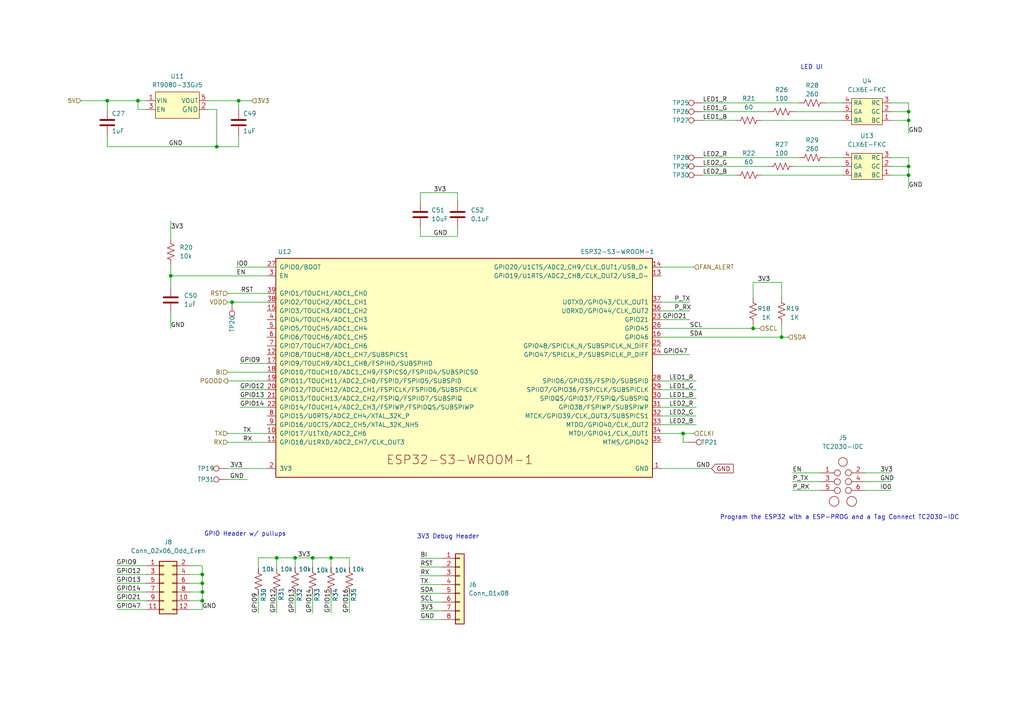
<source format=kicad_sch>
(kicad_sch (version 20211123) (generator eeschema)
  (paper "A4")
  (lib_symbols
    (symbol "CLX6E-FKC_1"
      (property "Reference" "U" (at 3.81 5.08 0))
      (property "Value" "CLX6E-FKC_1" (at 1.27 -5.08 0))
      (symbol "CLX6E-FKC_1_0_1"
        (rectangle (start -3.81 3.81) (end 5.08 -3.81) (stroke (width 0.1524)) (fill (type background)))
      )
      (symbol "CLX6E-FKC_1_1_1"
        (pin bidirectional line (at 7.62 -2.54 180) (length 2.54) (name "BC") (number "1"))
        (pin bidirectional line (at 7.62 0 180) (length 2.54) (name "GC") (number "2"))
        (pin bidirectional line (at 7.62 2.54 180) (length 2.54) (name "RC") (number "3"))
        (pin bidirectional line (at -6.35 2.54 0) (length 2.54) (name "RA") (number "4"))
        (pin bidirectional line (at -6.35 0 0) (length 2.54) (name "GA") (number "5"))
        (pin input line (at -6.35 -2.54 0) (length 2.54) (name "BA") (number "6"))
      )
    )
    (symbol "Connector:TestPoint" (pin_numbers hide) (pin_names (offset 0.762) hide)
      (property "Reference" "TP" (at 0 6.858 0))
      (property "Value" "TestPoint" (at 0 5.08 0))
      (symbol "TestPoint_0_1"
        (circle (center 0 3.302) (radius 0.762))
      )
      (symbol "TestPoint_1_1"
        (pin passive line (at 0 0 90) (length 2.54) (name "1") (number "1"))
      )
    )
    (symbol "Connector_Generic:Conn_01x08" (pin_names (offset 1.016) hide)
      (property "Reference" "J" (at 0 10.16 0))
      (property "Value" "Conn_01x08" (at 0 -12.7 0))
      (symbol "Conn_01x08_1_1"
        (rectangle (start -1.27 -10.033) (end 0 -10.287) (stroke (width 0.1524)))
        (rectangle (start -1.27 -7.493) (end 0 -7.747) (stroke (width 0.1524)))
        (rectangle (start -1.27 -4.953) (end 0 -5.207) (stroke (width 0.1524)))
        (rectangle (start -1.27 -2.413) (end 0 -2.667) (stroke (width 0.1524)))
        (rectangle (start -1.27 0.127) (end 0 -0.127) (stroke (width 0.1524)))
        (rectangle (start -1.27 2.667) (end 0 2.413) (stroke (width 0.1524)))
        (rectangle (start -1.27 5.207) (end 0 4.953) (stroke (width 0.1524)))
        (rectangle (start -1.27 7.747) (end 0 7.493) (stroke (width 0.1524)))
        (rectangle (start -1.27 8.89) (end 1.27 -11.43) (stroke (width 0.254)) (fill (type background)))
        (pin passive line (at -5.08 7.62 0) (length 3.81) (name "Pin_1") (number "1"))
        (pin passive line (at -5.08 5.08 0) (length 3.81) (name "Pin_2") (number "2"))
        (pin passive line (at -5.08 2.54 0) (length 3.81) (name "Pin_3") (number "3"))
        (pin passive line (at -5.08 0 0) (length 3.81) (name "Pin_4") (number "4"))
        (pin passive line (at -5.08 -2.54 0) (length 3.81) (name "Pin_5") (number "5"))
        (pin passive line (at -5.08 -5.08 0) (length 3.81) (name "Pin_6") (number "6"))
        (pin passive line (at -5.08 -7.62 0) (length 3.81) (name "Pin_7") (number "7"))
        (pin passive line (at -5.08 -10.16 0) (length 3.81) (name "Pin_8") (number "8"))
      )
    )
    (symbol "Connector_Generic:Conn_02x06_Odd_Even" (pin_names (offset 1.016) hide)
      (property "Reference" "J" (at 1.27 7.62 0))
      (property "Value" "Conn_02x06_Odd_Even" (at 1.27 -10.16 0))
      (symbol "Conn_02x06_Odd_Even_1_1"
        (rectangle (start -1.27 -7.493) (end 0 -7.747) (stroke (width 0.1524)))
        (rectangle (start -1.27 -4.953) (end 0 -5.207) (stroke (width 0.1524)))
        (rectangle (start -1.27 -2.413) (end 0 -2.667) (stroke (width 0.1524)))
        (rectangle (start -1.27 0.127) (end 0 -0.127) (stroke (width 0.1524)))
        (rectangle (start -1.27 2.667) (end 0 2.413) (stroke (width 0.1524)))
        (rectangle (start -1.27 5.207) (end 0 4.953) (stroke (width 0.1524)))
        (rectangle (start -1.27 6.35) (end 3.81 -8.89) (stroke (width 0.254)) (fill (type background)))
        (rectangle (start 3.81 -7.493) (end 2.54 -7.747) (stroke (width 0.1524)))
        (rectangle (start 3.81 -4.953) (end 2.54 -5.207) (stroke (width 0.1524)))
        (rectangle (start 3.81 -2.413) (end 2.54 -2.667) (stroke (width 0.1524)))
        (rectangle (start 3.81 0.127) (end 2.54 -0.127) (stroke (width 0.1524)))
        (rectangle (start 3.81 2.667) (end 2.54 2.413) (stroke (width 0.1524)))
        (rectangle (start 3.81 5.207) (end 2.54 4.953) (stroke (width 0.1524)))
        (pin passive line (at -5.08 5.08 0) (length 3.81) (name "Pin_1") (number "1"))
        (pin passive line (at 7.62 -5.08 180) (length 3.81) (name "Pin_10") (number "10"))
        (pin passive line (at -5.08 -7.62 0) (length 3.81) (name "Pin_11") (number "11"))
        (pin passive line (at 7.62 -7.62 180) (length 3.81) (name "Pin_12") (number "12"))
        (pin passive line (at 7.62 5.08 180) (length 3.81) (name "Pin_2") (number "2"))
        (pin passive line (at -5.08 2.54 0) (length 3.81) (name "Pin_3") (number "3"))
        (pin passive line (at 7.62 2.54 180) (length 3.81) (name "Pin_4") (number "4"))
        (pin passive line (at -5.08 0 0) (length 3.81) (name "Pin_5") (number "5"))
        (pin passive line (at 7.62 0 180) (length 3.81) (name "Pin_6") (number "6"))
        (pin passive line (at -5.08 -2.54 0) (length 3.81) (name "Pin_7") (number "7"))
        (pin passive line (at 7.62 -2.54 180) (length 3.81) (name "Pin_8") (number "8"))
        (pin passive line (at -5.08 -5.08 0) (length 3.81) (name "Pin_9") (number "9"))
      )
    )
    (symbol "Device:C" (pin_numbers hide) (pin_names (offset 0.254))
      (property "Reference" "C" (at 0.635 2.54 0))
      (property "Value" "C" (at 0.635 -2.54 0))
      (symbol "C_0_1"
        (polyline (pts (xy -2.032 -0.762) (xy 2.032 -0.762)) (stroke (width 0.508)))
        (polyline (pts (xy -2.032 0.762) (xy 2.032 0.762)) (stroke (width 0.508)))
      )
      (symbol "C_1_1"
        (pin passive line (at 0 3.81 270) (length 2.794) (name "~") (number "1"))
        (pin passive line (at 0 -3.81 90) (length 2.794) (name "~") (number "2"))
      )
    )
    (symbol "Device:R_US" (pin_numbers hide) (pin_names (offset 0))
      (property "Reference" "R" (at 2.54 0 90))
      (property "Value" "R_US" (at -2.54 0 90))
      (symbol "R_US_0_1"
        (polyline (pts (xy 0 -2.286) (xy 0 -2.54)))
        (polyline (pts (xy 0 2.286) (xy 0 2.54)))
        (polyline (pts (xy 0 -0.762) (xy 1.016 -1.143) (xy 0 -1.524) (xy -1.016 -1.905) (xy 0 -2.286)))
        (polyline (pts (xy 0 0.762) (xy 1.016 0.381) (xy 0 0) (xy -1.016 -0.381) (xy 0 -0.762)))
        (polyline (pts (xy 0 2.286) (xy 1.016 1.905) (xy 0 1.524) (xy -1.016 1.143) (xy 0 0.762)))
      )
      (symbol "R_US_1_1"
        (pin passive line (at 0 3.81 270) (length 1.27) (name "~") (number "1"))
        (pin passive line (at 0 -3.81 90) (length 1.27) (name "~") (number "2"))
      )
    )
    (symbol "Espressif:ESP32-S3-WROOM-1" (pin_names (offset 1.016))
      (property "Reference" "U" (at -53.34 38.1 0))
      (property "Value" "ESP32-S3-WROOM-1" (at -53.34 35.56 0))
      (symbol "ESP32-S3-WROOM-1_0_0"
        (rectangle (start -53.34 33.02) (end 55.88 -30.48) (stroke (width 0.254)) (fill (type background)))
        (text "ESP32-S3-WROOM-1" (at 0 -25.4 0) (effects (font (size 2.54 2.54))))
        (pin power_in line (at 58.42 -27.94 180) (length 2.54) (name "GND") (number "1"))
        (pin bidirectional line (at -55.88 -17.78 0) (length 2.54) (name "GPIO17/U1TXD/ADC2_CH6") (number "10"))
        (pin bidirectional line (at -55.88 -20.32 0) (length 2.54) (name "GPIO18/U1RXD/ADC2_CH7/CLK_OUT3") (number "11"))
        (pin bidirectional line (at -55.88 5.08 0) (length 2.54) (name "GPIO8/TOUCH8/ADC1_CH7/SUBSPICS1") (number "12"))
        (pin bidirectional line (at 58.42 27.94 180) (length 2.54) (name "GPIO19/U1RTS/ADC2_CH8/CLK_OUT2/USB_D-") (number "13"))
        (pin bidirectional line (at 58.42 30.48 180) (length 2.54) (name "GPIO20/U1CTS/ADC2_CH9/CLK_OUT1/USB_D+") (number "14"))
        (pin bidirectional line (at -55.88 17.78 0) (length 2.54) (name "GPIO3/TOUCH3/ADC1_CH2") (number "15"))
        (pin bidirectional line (at 58.42 10.16 180) (length 2.54) (name "GPIO46") (number "16"))
        (pin bidirectional line (at -55.88 2.54 0) (length 2.54) (name "GPIO9/TOUCH9/ADC1_CH8/FSPIHD/SUBSPIHD") (number "17"))
        (pin bidirectional line (at -55.88 0 0) (length 2.54) (name "GPIO10/TOUCH10/ADC1_CH9/FSPICS0/FSPIIO4/SUBSPICS0") (number "18"))
        (pin bidirectional line (at -55.88 -2.54 0) (length 2.54) (name "GPIO11/TOUCH11/ADC2_CH0/FSPID/FSPIIO5/SUBSPID") (number "19"))
        (pin power_in line (at -55.88 -27.94 0) (length 2.54) (name "3V3") (number "2"))
        (pin bidirectional line (at -55.88 -5.08 0) (length 2.54) (name "GPIO12/TOUCH12/ADC2_CH1/FSPICLK/FSPIIO6/SUBSPICLK") (number "20"))
        (pin bidirectional line (at -55.88 -7.62 0) (length 2.54) (name "GPIO13/TOUCH13/ADC2_CH2/FSPIQ/FSPIIO7/SUBSPIQ") (number "21"))
        (pin bidirectional line (at -55.88 -10.16 0) (length 2.54) (name "GPIO14/TOUCH14/ADC2_CH3/FSPIWP/FSPIDQS/SUBSPIWP") (number "22"))
        (pin bidirectional line (at 58.42 15.24 180) (length 2.54) (name "GPIO21") (number "23"))
        (pin bidirectional line (at 58.42 5.08 180) (length 2.54) (name "GPIO47/SPICLK_P/SUBSPICLK_P_DIFF") (number "24"))
        (pin bidirectional line (at 58.42 7.62 180) (length 2.54) (name "GPIO48/SPICLK_N/SUBSPICLK_N_DIFF") (number "25"))
        (pin bidirectional line (at 58.42 12.7 180) (length 2.54) (name "GPIO45") (number "26"))
        (pin bidirectional line (at -55.88 30.48 0) (length 2.54) (name "GPIO0/BOOT") (number "27"))
        (pin bidirectional line (at 58.42 -2.54 180) (length 2.54) (name "SPIIO6/GPIO35/FSPID/SUBSPID") (number "28"))
        (pin bidirectional line (at 58.42 -5.08 180) (length 2.54) (name "SPIIO7/GPIO36/FSPICLK/SUBSPICLK") (number "29"))
        (pin input line (at -55.88 27.94 0) (length 2.54) (name "EN") (number "3"))
        (pin bidirectional line (at 58.42 -7.62 180) (length 2.54) (name "SPIDQS/GPIO37/FSPIQ/SUBSPIQ") (number "30"))
        (pin bidirectional line (at 58.42 -10.16 180) (length 2.54) (name "GPIO38/FSPIWP/SUBSPIWP") (number "31"))
        (pin bidirectional line (at 58.42 -12.7 180) (length 2.54) (name "MTCK/GPIO39/CLK_OUT3/SUBSPICS1") (number "32"))
        (pin bidirectional line (at 58.42 -15.24 180) (length 2.54) (name "MTDO/GPIO40/CLK_OUT2") (number "33"))
        (pin bidirectional line (at 58.42 -17.78 180) (length 2.54) (name "MTDI/GPIO41/CLK_OUT1") (number "34"))
        (pin bidirectional line (at 58.42 -20.32 180) (length 2.54) (name "MTMS/GPIO42") (number "35"))
        (pin bidirectional line (at 58.42 17.78 180) (length 2.54) (name "U0RXD/GPIO44/CLK_OUT2") (number "36"))
        (pin bidirectional line (at 58.42 20.32 180) (length 2.54) (name "U0TXD/GPIO43/CLK_OUT1") (number "37"))
        (pin bidirectional line (at -55.88 20.32 0) (length 2.54) (name "GPIO2/TOUCH2/ADC1_CH1") (number "38"))
        (pin bidirectional line (at -55.88 22.86 0) (length 2.54) (name "GPIO1/TOUCH1/ADC1_CH0") (number "39"))
        (pin bidirectional line (at -55.88 15.24 0) (length 2.54) (name "GPIO4/TOUCH4/ADC1_CH3") (number "4"))
        (pin passive line (at 58.42 -27.94 180) (length 2.54) hide (name "GND") (number "40"))
        (pin passive line (at 58.42 -27.94 180) (length 2.54) hide (name "GND") (number "41"))
        (pin bidirectional line (at -55.88 12.7 0) (length 2.54) (name "GPIO5/TOUCH5/ADC1_CH4") (number "5"))
        (pin bidirectional line (at -55.88 10.16 0) (length 2.54) (name "GPIO6/TOUCH6/ADC1_CH5") (number "6"))
        (pin bidirectional line (at -55.88 7.62 0) (length 2.54) (name "GPIO7/TOUCH7/ADC1_CH6") (number "7"))
        (pin bidirectional line (at -55.88 -12.7 0) (length 2.54) (name "GPIO15/U0RTS/ADC2_CH4/XTAL_32K_P") (number "8"))
        (pin bidirectional line (at -55.88 -15.24 0) (length 2.54) (name "GPIO16/U0CTS/ADC2_CH5/XTAL_32K_NH5") (number "9"))
      )
    )
    (symbol "Espressif:TC2030-IDC-NL" (pin_names (offset 1.016) hide)
      (property "Reference" "J" (at 0 -8.89 0))
      (property "Value" "TC2030-IDC-NL" (at 0.635 -11.43 0))
      (symbol "TC2030-IDC-NL_0_1"
        (circle (center -2.54 -5.715) (radius 1.4224))
        (circle (center -1.6002 2.54) (radius 0.889))
        (circle (center 0 5.715) (radius 1.27))
      )
      (symbol "TC2030-IDC-NL_1_1"
        (circle (center -1.6002 -2.5908) (radius 0.889))
        (circle (center -1.6002 -0.0508) (radius 0.889))
        (circle (center 1.6002 -2.54) (radius 0.889))
        (circle (center 1.6002 0) (radius 0.889))
        (circle (center 1.6002 2.5908) (radius 0.889))
        (circle (center 2.54 -5.715) (radius 1.4224))
        (pin passive line (at -6.35 2.54 0) (length 3.81) (name "Pin_1") (number "1"))
        (pin passive line (at 6.35 2.54 180) (length 3.81) (name "Pin_2") (number "2"))
        (pin passive line (at -6.35 0 0) (length 3.81) (name "Pin_3") (number "3"))
        (pin passive line (at 6.35 0 180) (length 3.81) (name "Pin_4") (number "4"))
        (pin passive line (at -6.35 -2.54 0) (length 3.81) (name "Pin_5") (number "5"))
        (pin passive line (at 6.35 -2.54 180) (length 3.81) (name "Pin_6") (number "6"))
      )
    )
    (symbol "bitaxe:RT9080-33GJ5" (pin_names (offset 0.254))
      (property "Reference" "U" (at -6.35 5.08 0))
      (property "Value" "RT9080-33GJ5" (at 0 -5.08 0))
      (symbol "RT9080-33GJ5_1_1"
        (rectangle (start -6.35 3.81) (end 6.35 -3.81) (stroke (width 0.1524)) (fill (type background)))
        (pin power_in line (at -8.89 1.27 0) (length 2.54) (name "VIN") (number "1"))
        (pin power_in line (at 8.89 -1.27 180) (length 2.54) (name "GND") (number "2"))
        (pin input line (at -8.89 -1.27 0) (length 2.54) (name "EN") (number "3"))
        (pin output line (at 8.89 1.27 180) (length 2.54) (name "VOUT") (number "5"))
      )
    )
  )
  (junction (at 198.12 125.73))
  (junction (at 85.598 161.798))
  (junction (at 58.674 171.704))
  (junction (at 96.012 161.798))
  (junction (at 263.525 32.385))
  (junction (at 263.525 34.925))
  (junction (at 62.865 42.545))
  (junction (at 263.525 48.26))
  (junction (at 90.678 161.798))
  (junction (at 263.525 50.8))
  (junction (at 40.005 29.21))
  (junction (at 58.674 174.244))
  (junction (at 58.674 169.164))
  (junction (at 80.264 161.798))
  (junction (at 218.44 95.25))
  (junction (at 49.53 80.01))
  (junction (at 69.215 29.21))
  (junction (at 58.674 166.624))
  (junction (at 226.695 97.79))
  (junction (at 67.31 87.63))
  (junction (at 31.115 29.21))
  (wire (pts (xy 33.782 176.784) (xy 42.418 176.784)))
  (wire (pts (xy 121.92 172.085) (xy 128.27 172.085)))
  (wire (pts (xy 121.92 177.165) (xy 128.27 177.165)))
  (wire (pts (xy 121.92 55.88) (xy 121.92 58.42)))
  (wire (pts (xy 218.44 95.25) (xy 220.345 95.25)))
  (wire (pts (xy 191.77 113.03) (xy 201.93 113.03)))
  (wire (pts (xy 31.115 29.21) (xy 31.115 31.75)))
  (wire (pts (xy 258.445 32.385) (xy 263.525 32.385)))
  (wire (pts (xy 96.012 172.212) (xy 96.012 177.8)))
  (wire (pts (xy 55.118 174.244) (xy 58.674 174.244)))
  (wire (pts (xy 55.118 166.624) (xy 58.674 166.624)))
  (wire (pts (xy 33.782 166.624) (xy 42.418 166.624)))
  (wire (pts (xy 58.674 169.164) (xy 58.674 171.704)))
  (wire (pts (xy 239.395 29.845) (xy 244.475 29.845)))
  (wire (pts (xy 60.325 31.75) (xy 62.865 31.75)))
  (wire (pts (xy 58.674 164.084) (xy 58.674 166.624)))
  (wire (pts (xy 90.678 161.798) (xy 96.012 161.798)))
  (wire (pts (xy 258.445 50.8) (xy 263.525 50.8)))
  (wire (pts (xy 250.825 139.7) (xy 258.445 139.7)))
  (wire (pts (xy 263.525 32.385) (xy 263.525 34.925)))
  (wire (pts (xy 191.77 95.25) (xy 218.44 95.25)))
  (wire (pts (xy 69.215 39.37) (xy 69.215 42.545)))
  (wire (pts (xy 226.695 93.98) (xy 226.695 97.79)))
  (wire (pts (xy 55.118 164.084) (xy 58.674 164.084)))
  (wire (pts (xy 66.04 110.49) (xy 77.47 110.49)))
  (wire (pts (xy 132.715 68.58) (xy 121.92 68.58)))
  (wire (pts (xy 55.118 176.784) (xy 58.674 176.784)))
  (wire (pts (xy 62.865 31.75) (xy 62.865 42.545)))
  (wire (pts (xy 220.98 34.925) (xy 244.475 34.925)))
  (wire (pts (xy 250.825 137.16) (xy 258.445 137.16)))
  (wire (pts (xy 69.215 29.21) (xy 69.215 31.75)))
  (wire (pts (xy 80.264 161.798) (xy 85.598 161.798)))
  (wire (pts (xy 77.47 125.73) (xy 66.04 125.73)))
  (wire (pts (xy 132.715 66.04) (xy 132.715 68.58)))
  (wire (pts (xy 49.53 76.835) (xy 49.53 80.01)))
  (wire (pts (xy 263.525 34.925) (xy 263.525 38.735)))
  (wire (pts (xy 40.005 29.21) (xy 42.545 29.21)))
  (wire (pts (xy 191.77 92.71) (xy 200.025 92.71)))
  (wire (pts (xy 226.695 81.915) (xy 226.695 86.36)))
  (wire (pts (xy 191.77 102.87) (xy 200.025 102.87)))
  (wire (pts (xy 85.598 161.798) (xy 90.678 161.798)))
  (wire (pts (xy 49.53 90.805) (xy 49.53 95.25)))
  (wire (pts (xy 69.596 118.11) (xy 77.47 118.11)))
  (wire (pts (xy 58.674 171.704) (xy 58.674 174.244)))
  (wire (pts (xy 198.12 128.27) (xy 198.12 125.73)))
  (wire (pts (xy 218.44 81.915) (xy 218.44 86.36)))
  (wire (pts (xy 85.598 161.798) (xy 85.598 164.592)))
  (wire (pts (xy 77.47 85.09) (xy 66.04 85.09)))
  (wire (pts (xy 230.505 48.26) (xy 244.475 48.26)))
  (wire (pts (xy 66.04 107.95) (xy 77.47 107.95)))
  (wire (pts (xy 68.58 77.47) (xy 77.47 77.47)))
  (wire (pts (xy 191.77 120.65) (xy 201.93 120.65)))
  (wire (pts (xy 191.77 115.57) (xy 201.93 115.57)))
  (wire (pts (xy 220.98 50.8) (xy 244.475 50.8)))
  (wire (pts (xy 203.835 34.925) (xy 213.36 34.925)))
  (wire (pts (xy 55.118 171.704) (xy 58.674 171.704)))
  (wire (pts (xy 55.118 169.164) (xy 58.674 169.164)))
  (wire (pts (xy 23.495 29.21) (xy 31.115 29.21)))
  (wire (pts (xy 199.39 128.27) (xy 198.12 128.27)))
  (wire (pts (xy 222.885 48.26) (xy 203.835 48.26)))
  (wire (pts (xy 250.825 142.24) (xy 258.445 142.24)))
  (wire (pts (xy 191.77 123.19) (xy 201.93 123.19)))
  (wire (pts (xy 203.835 50.8) (xy 213.36 50.8)))
  (wire (pts (xy 191.77 77.47) (xy 201.295 77.47)))
  (wire (pts (xy 121.92 174.625) (xy 128.27 174.625)))
  (wire (pts (xy 74.93 161.798) (xy 80.264 161.798)))
  (wire (pts (xy 258.445 48.26) (xy 263.525 48.26)))
  (wire (pts (xy 33.782 169.164) (xy 42.418 169.164)))
  (wire (pts (xy 263.525 48.26) (xy 263.525 50.8)))
  (wire (pts (xy 218.44 81.915) (xy 226.695 81.915)))
  (wire (pts (xy 230.505 32.385) (xy 244.475 32.385)))
  (wire (pts (xy 226.695 97.79) (xy 228.6 97.79)))
  (wire (pts (xy 191.77 90.17) (xy 200.025 90.17)))
  (wire (pts (xy 77.47 128.27) (xy 66.04 128.27)))
  (wire (pts (xy 191.77 110.49) (xy 201.93 110.49)))
  (wire (pts (xy 33.782 164.084) (xy 42.418 164.084)))
  (wire (pts (xy 229.87 142.24) (xy 238.125 142.24)))
  (wire (pts (xy 49.53 80.01) (xy 77.47 80.01)))
  (wire (pts (xy 80.264 172.466) (xy 80.264 177.8)))
  (wire (pts (xy 198.12 125.73) (xy 201.295 125.73)))
  (wire (pts (xy 191.77 97.79) (xy 226.695 97.79)))
  (wire (pts (xy 49.53 64.135) (xy 49.53 69.215)))
  (wire (pts (xy 96.012 161.798) (xy 96.012 164.592)))
  (wire (pts (xy 66.04 139.065) (xy 71.755 139.065)))
  (wire (pts (xy 69.215 29.21) (xy 73.025 29.21)))
  (wire (pts (xy 33.782 174.244) (xy 42.418 174.244)))
  (wire (pts (xy 31.115 29.21) (xy 40.005 29.21)))
  (wire (pts (xy 121.92 167.005) (xy 128.27 167.005)))
  (wire (pts (xy 121.92 169.545) (xy 128.27 169.545)))
  (wire (pts (xy 191.77 118.11) (xy 201.93 118.11)))
  (wire (pts (xy 80.264 161.798) (xy 80.264 164.846)))
  (wire (pts (xy 101.346 161.798) (xy 101.346 164.592)))
  (wire (pts (xy 90.678 172.212) (xy 90.678 177.8)))
  (wire (pts (xy 33.782 171.704) (xy 42.418 171.704)))
  (wire (pts (xy 263.525 45.72) (xy 263.525 48.26)))
  (wire (pts (xy 191.77 135.89) (xy 206.375 135.89)))
  (wire (pts (xy 229.87 139.7) (xy 238.125 139.7)))
  (wire (pts (xy 31.115 42.545) (xy 31.115 39.37)))
  (wire (pts (xy 67.31 87.63) (xy 77.47 87.63)))
  (wire (pts (xy 263.525 50.8) (xy 263.525 54.61)))
  (wire (pts (xy 121.92 68.58) (xy 121.92 66.04)))
  (wire (pts (xy 121.92 161.925) (xy 128.27 161.925)))
  (wire (pts (xy 203.835 45.72) (xy 231.775 45.72)))
  (wire (pts (xy 69.596 115.57) (xy 77.47 115.57)))
  (wire (pts (xy 85.598 172.212) (xy 85.598 177.8)))
  (wire (pts (xy 42.545 31.75) (xy 40.005 31.75)))
  (wire (pts (xy 258.445 34.925) (xy 263.525 34.925)))
  (wire (pts (xy 229.87 137.16) (xy 238.125 137.16)))
  (wire (pts (xy 69.596 105.41) (xy 77.47 105.41)))
  (wire (pts (xy 191.77 87.63) (xy 200.025 87.63)))
  (wire (pts (xy 40.005 31.75) (xy 40.005 29.21)))
  (wire (pts (xy 74.93 164.846) (xy 74.93 161.798)))
  (wire (pts (xy 90.678 161.798) (xy 90.678 164.592)))
  (wire (pts (xy 191.77 125.73) (xy 198.12 125.73)))
  (wire (pts (xy 121.92 179.705) (xy 128.27 179.705)))
  (wire (pts (xy 101.346 172.212) (xy 101.346 177.8)))
  (wire (pts (xy 49.53 80.01) (xy 49.53 83.185)))
  (wire (pts (xy 239.395 45.72) (xy 244.475 45.72)))
  (wire (pts (xy 218.44 93.98) (xy 218.44 95.25)))
  (wire (pts (xy 96.012 161.798) (xy 101.346 161.798)))
  (wire (pts (xy 203.835 29.845) (xy 231.775 29.845)))
  (wire (pts (xy 258.445 29.845) (xy 263.525 29.845)))
  (wire (pts (xy 132.715 55.88) (xy 121.92 55.88)))
  (wire (pts (xy 258.445 45.72) (xy 263.525 45.72)))
  (wire (pts (xy 74.93 172.466) (xy 74.93 177.8)))
  (wire (pts (xy 121.92 164.465) (xy 128.27 164.465)))
  (wire (pts (xy 222.885 32.385) (xy 203.835 32.385)))
  (wire (pts (xy 66.04 135.89) (xy 77.47 135.89)))
  (wire (pts (xy 132.715 58.42) (xy 132.715 55.88)))
  (wire (pts (xy 69.596 113.03) (xy 77.47 113.03)))
  (wire (pts (xy 263.525 29.845) (xy 263.525 32.385)))
  (wire (pts (xy 66.04 87.63) (xy 67.31 87.63)))
  (wire (pts (xy 69.215 42.545) (xy 62.865 42.545)))
  (wire (pts (xy 60.325 29.21) (xy 69.215 29.21)))
  (wire (pts (xy 58.674 174.244) (xy 58.674 176.784)))
  (wire (pts (xy 62.865 42.545) (xy 31.115 42.545)))
  (wire (pts (xy 58.674 166.624) (xy 58.674 169.164)))
  (text "Program the ESP32 with a ESP-PROG and a Tag Connect TC2030-IDC" (at 208.788 150.876 0) (effects (font (size 1.27 1.27)) (justify left bottom)))
  (text "3V3 Debug Header" (at 120.904 156.464 0) (effects (font (size 1.27 1.27)) (justify left bottom)))
  (text "GPIO Header w/ pullups" (at 59.182 155.702 0) (effects (font (size 1.27 1.27)) (justify left bottom)))
  (text "LED UI" (at 232.156 20.32 0) (effects (font (size 1.27 1.27)) (justify left bottom)))
  (label "LED2_G" (at 203.835 48.26 0))
  (label "GPIO9" (at 74.93 177.8 90))
  (label "P_RX" (at 229.87 142.24 0))
  (label "RX" (at 121.92 167.005 0))
  (label "EN" (at 68.58 80.01 0))
  (label "GPIO13" (at 85.598 177.8 90))
  (label "RST" (at 121.92 164.465 0))
  (label "RST" (at 69.85 85.09 0))
  (label "GPIO9" (at 33.782 164.084 0))
  (label "SDA" (at 121.92 172.085 0))
  (label "GND" (at 263.525 54.61 0))
  (label "GPIO12" (at 80.264 177.8 90))
  (label "LED1_G" (at 194.056 113.03 0))
  (label "P_TX" (at 229.87 139.7 0))
  (label "GPIO14" (at 69.596 118.11 0))
  (label "GPIO21" (at 192.151 92.71 0))
  (label "EN" (at 229.87 137.16 0))
  (label "GPIO12" (at 69.596 113.03 0))
  (label "3V3" (at 86.36 161.798 0))
  (label "P_RX" (at 195.58 90.17 0))
  (label "GPIO14" (at 33.782 171.704 0))
  (label "GPIO16" (at 101.346 177.8 90))
  (label "GPIO15" (at 96.012 177.8 90))
  (label "LED1_G" (at 203.835 32.385 0))
  (label "GND" (at 125.73 68.58 0))
  (label "3V3" (at 66.675 135.89 0))
  (label "3V3" (at 219.71 81.915 0))
  (label "GPIO47" (at 192.405 102.87 0))
  (label "GPIO13" (at 69.596 115.57 0))
  (label "GPIO13" (at 33.782 169.164 0))
  (label "IO0" (at 68.58 77.47 0))
  (label "SDA" (at 200.025 97.79 0))
  (label "BI" (at 121.92 161.925 0))
  (label "GND" (at 66.675 139.065 0))
  (label "GPIO47" (at 33.782 176.784 0))
  (label "TX" (at 70.485 125.73 0))
  (label "3V3" (at 255.27 137.16 0))
  (label "GND" (at 58.674 176.784 0))
  (label "LED1_R" (at 194.056 110.49 0))
  (label "LED2_R" (at 203.835 45.72 0))
  (label "GPIO12" (at 33.782 166.624 0))
  (label "IO0" (at 255.27 142.24 0))
  (label "SCL" (at 121.92 174.625 0))
  (label "SCL" (at 200.025 95.25 0))
  (label "GND" (at 201.93 135.89 0))
  (label "TX" (at 121.92 169.545 0))
  (label "3V3" (at 125.73 55.88 0))
  (label "3V3" (at 121.92 177.165 0))
  (label "LED1_R" (at 203.835 29.845 0))
  (label "3V3" (at 49.53 66.675 0))
  (label "LED2_B" (at 194.056 123.19 0))
  (label "GND" (at 49.53 95.25 0))
  (label "P_TX" (at 195.58 87.63 0))
  (label "GND" (at 121.92 179.705 0))
  (label "LED2_R" (at 194.056 118.11 0))
  (label "LED2_G" (at 194.056 120.65 0))
  (label "GPIO9" (at 69.596 105.41 0))
  (label "GND" (at 255.27 139.7 0))
  (label "GND" (at 48.895 42.545 0))
  (label "GPIO21" (at 33.782 174.244 0))
  (label "LED1_B" (at 194.056 115.57 0))
  (label "RX" (at 70.485 128.27 0))
  (label "GPIO14" (at 90.678 177.8 90))
  (label "LED2_B" (at 203.835 50.8 0))
  (label "LED1_B" (at 203.835 34.925 0))
  (label "GND" (at 263.525 38.735 0))
  (global_label "GND" (shape input) (at 206.375 135.89 0) (property "Intersheet References" "${INTERSHEET_REFS}" (effects hide)))
  (hierarchical_label "TX" (shape input) (at 66.04 125.73 180))
  (hierarchical_label "RX" (shape input) (at 66.04 128.27 180))
  (hierarchical_label "CLKI" (shape input) (at 201.295 125.73 0))
  (hierarchical_label "FAN_ALERT" (shape input) (at 201.295 77.47 0))
  (hierarchical_label "BI" (shape input) (at 66.04 107.95 180))
  (hierarchical_label "3V3" (shape input) (at 73.025 29.21 0))
  (hierarchical_label "SCL" (shape input) (at 220.345 95.25 0))
  (hierarchical_label "RST" (shape input) (at 66.04 85.09 180))
  (hierarchical_label "SDA" (shape input) (at 228.6 97.79 0))
  (hierarchical_label "PGOOD" (shape output) (at 66.04 110.49 180))
  (hierarchical_label "5V" (shape input) (at 23.495 29.21 180))
  (hierarchical_label "VDD" (shape input) (at 66.04 87.63 180))
  (symbol (lib_id "Device:R_US") (at 101.346 168.402 0) (unit 1)
    (property "Reference" "R35" (at 102.616 174.498 90) (effects (justify left)))
    (property "Value" "10k" (at 102.108 165.1 0) (effects (justify left)))
    (property "Footprint" "Resistor_SMD:R_0402_1005Metric" (effects hide))
  )
  (symbol (lib_id "Device:R_US") (at 235.585 29.845 90) (unit 1)
    (property "Reference" "R28" (at 235.585 24.765 90))
    (property "Value" "260" (at 235.585 27.305 90))
    (property "Footprint" "Resistor_SMD:R_0402_1005Metric" (effects hide))
  )
  (symbol (lib_id "Device:R_US") (at 218.44 90.17 180) (unit 1)
    (property "Reference" "R18" (at 221.615 89.535 0))
    (property "Value" "1K" (at 222.25 92.075 0))
    (property "Footprint" "Resistor_SMD:R_0402_1005Metric" (effects hide))
    (property "DK" "YAG2306CT-ND" (effects hide))
  )
  (symbol (lib_id "Device:C") (at 49.53 86.995 0) (unit 1)
    (property "Reference" "C50" (at 53.34 85.7249 0) (effects (justify left)))
    (property "Value" "1uF" (at 53.34 88.2649 0) (effects (justify left)))
    (property "Footprint" "Capacitor_SMD:C_0402_1005Metric" (effects hide))
    (property "DK" "587-5514-1-ND" (effects hide))
  )
  (symbol (lib_id "Device:R_US") (at 96.012 168.402 0) (unit 1)
    (property "Reference" "R34" (at 97.282 174.498 90) (effects (justify left)))
    (property "Value" "10k" (at 97.028 165.354 0) (effects (justify left)))
    (property "Footprint" "Resistor_SMD:R_0402_1005Metric" (effects hide))
  )
  (symbol (lib_id "Connector:TestPoint") (at 203.835 34.925 90) (mirror x) (unit 1)
    (property "Reference" "TP27" (at 197.485 34.925 90))
    (property "Value" "TestPoint" (effects hide))
    (property "Footprint" "TestPoint:TestPoint_Pad_D1.5mm" (effects hide))
    (property "DNP" "T" (effects hide))
  )
  (symbol (lib_id "Connector:TestPoint") (at 203.835 48.26 90) (mirror x) (unit 1)
    (property "Reference" "TP29" (at 197.485 48.26 90))
    (property "Value" "TestPoint" (effects hide))
    (property "Footprint" "TestPoint:TestPoint_Pad_D1.5mm" (effects hide))
    (property "DNP" "T" (effects hide))
  )
  (symbol (lib_name "CLX6E-FKC_1") (lib_id "bitaxe:CLX6E-FKC") (at 250.825 32.385 0) (unit 1)
    (property "Reference" "U4" (at 251.46 23.495 0))
    (property "Value" "CLX6E-FKC" (at 251.46 26.035 0))
    (property "Footprint" "bitaxe:CLX6E-FKC-CH1M1D1BB7C3D3" (effects hide))
    (property "Datasheet" "https://assets.cree-led.com/a/ds/h/HB-CLX6E-FKC.pdf" (effects hide))
    (property "DK" "CLX6E-FKC-CH1M1D1BB7C3D3CT-ND" (effects hide))
    (property "PARTNO" "CLX6E-FKC-CH1M1D1BB7C3D3" (effects hide))
  )
  (symbol (lib_id "Device:C") (at 132.715 62.23 0) (unit 1)
    (property "Reference" "C52" (at 136.525 60.9599 0) (effects (justify left)))
    (property "Value" "0.1uF" (at 136.525 63.4999 0) (effects (justify left)))
    (property "Footprint" "Capacitor_SMD:C_0402_1005Metric" (effects hide))
    (property "DK" "1292-1639-1-ND" (effects hide))
  )
  (symbol (lib_id "Connector:TestPoint") (at 67.31 87.63 0) (mirror x) (unit 1)
    (property "Reference" "TP20" (at 67.31 93.98 90))
    (property "Value" "TestPoint" (effects hide))
    (property "Footprint" "TestPoint:TestPoint_Pad_D1.5mm" (effects hide))
    (property "DNP" "T" (effects hide))
  )
  (symbol (lib_id "Connector_Generic:Conn_02x06_Odd_Even") (at 47.498 169.164 0) (unit 1)
    (property "Reference" "J8" (at 48.768 157.226 0))
    (property "Value" "Conn_02x06_Odd_Even" (at 48.768 159.766 0))
    (property "Footprint" "Connector_PinHeader_2.54mm:PinHeader_2x06_P2.54mm_Vertical_SMD" (effects hide))
  )
  (symbol (lib_id "Device:R_US") (at 226.695 32.385 90) (unit 1)
    (property "Reference" "R26" (at 226.695 26.035 90))
    (property "Value" "100" (at 226.695 28.575 90))
    (property "Footprint" "Resistor_SMD:R_0402_1005Metric" (effects hide))
  )
  (symbol (lib_id "Device:R_US") (at 235.585 45.72 90) (unit 1)
    (property "Reference" "R29" (at 235.585 40.64 90))
    (property "Value" "260" (at 235.585 43.18 90))
    (property "Footprint" "Resistor_SMD:R_0402_1005Metric" (effects hide))
  )
  (symbol (lib_id "Device:R_US") (at 226.695 90.17 180) (unit 1)
    (property "Reference" "R19" (at 229.87 89.535 0))
    (property "Value" "1K" (at 230.505 92.075 0))
    (property "Footprint" "Resistor_SMD:R_0402_1005Metric" (effects hide))
    (property "DK" "YAG2306CT-ND" (effects hide))
  )
  (symbol (lib_id "Device:R_US") (at 85.598 168.402 0) (unit 1)
    (property "Reference" "R32" (at 86.868 174.498 90) (effects (justify left)))
    (property "Value" "10k" (at 86.614 165.1 0) (effects (justify left)))
    (property "Footprint" "Resistor_SMD:R_0402_1005Metric" (effects hide))
  )
  (symbol (lib_id "bitaxe:RT9080-33GJ5") (at 51.435 30.48 0) (unit 1)
    (property "Reference" "U11" (at 51.435 22.098 0))
    (property "Value" "RT9080-33GJ5" (at 51.435 24.638 0))
    (property "Footprint" "bitaxe:RT9080-33GJ5" (effects hide))
    (property "Datasheet" "https://www.richtek.com/assets/product_file/RT9080/DS9080-05.pdf" (effects hide))
    (property "DK" "1028-1509-1-ND" (effects hide))
    (property "PARTNO" "RT9080-33GJ5" (effects hide))
  )
  (symbol (lib_id "Connector:TestPoint") (at 203.835 50.8 90) (mirror x) (unit 1)
    (property "Reference" "TP30" (at 197.485 50.8 90))
    (property "Value" "TestPoint" (effects hide))
    (property "Footprint" "TestPoint:TestPoint_Pad_D1.5mm" (effects hide))
    (property "DNP" "T" (effects hide))
  )
  (symbol (lib_id "Device:R_US") (at 74.93 168.656 0) (unit 1)
    (property "Reference" "R30" (at 76.454 174.498 90) (effects (justify left)))
    (property "Value" "10k" (at 75.946 165.1 0) (effects (justify left)))
    (property "Footprint" "Resistor_SMD:R_0402_1005Metric" (effects hide))
  )
  (symbol (lib_id "Device:R_US") (at 80.264 168.656 0) (unit 1)
    (property "Reference" "R31" (at 81.534 174.244 90) (effects (justify left)))
    (property "Value" "10k" (at 81.28 165.1 0) (effects (justify left)))
    (property "Footprint" "Resistor_SMD:R_0402_1005Metric" (effects hide))
  )
  (symbol (lib_id "Connector:TestPoint") (at 66.04 139.065 90) (mirror x) (unit 1)
    (property "Reference" "TP31" (at 59.69 139.065 90))
    (property "Value" "TestPoint" (effects hide))
    (property "Footprint" "TestPoint:TestPoint_Pad_D1.5mm" (effects hide))
    (property "DNP" "T" (effects hide))
  )
  (symbol (lib_id "Device:R_US") (at 226.695 48.26 90) (unit 1)
    (property "Reference" "R27" (at 226.695 41.91 90))
    (property "Value" "100" (at 226.695 44.45 90))
    (property "Footprint" "Resistor_SMD:R_0402_1005Metric" (effects hide))
  )
  (symbol (lib_id "Connector:TestPoint") (at 203.835 45.72 90) (mirror x) (unit 1)
    (property "Reference" "TP28" (at 197.485 45.72 90))
    (property "Value" "TestPoint" (effects hide))
    (property "Footprint" "TestPoint:TestPoint_Pad_D1.5mm" (effects hide))
    (property "DNP" "T" (effects hide))
  )
  (symbol (lib_id "Device:R_US") (at 90.678 168.402 0) (unit 1)
    (property "Reference" "R33" (at 91.948 174.498 90) (effects (justify left)))
    (property "Value" "10k" (at 91.694 165.354 0) (effects (justify left)))
    (property "Footprint" "Resistor_SMD:R_0402_1005Metric" (effects hide))
  )
  (symbol (lib_id "Connector:TestPoint") (at 203.835 29.845 90) (mirror x) (unit 1)
    (property "Reference" "TP25" (at 197.485 29.845 90))
    (property "Value" "TestPoint" (effects hide))
    (property "Footprint" "TestPoint:TestPoint_Pad_D1.5mm" (effects hide))
    (property "DNP" "T" (effects hide))
  )
  (symbol (lib_id "Device:R_US") (at 49.53 73.025 0) (unit 1)
    (property "Reference" "R20" (at 52.07 71.7549 0) (effects (justify left)))
    (property "Value" "10k" (at 52.07 74.2949 0) (effects (justify left)))
    (property "Footprint" "Resistor_SMD:R_0402_1005Metric" (effects hide))
  )
  (symbol (lib_id "Device:R_US") (at 217.17 34.925 90) (unit 1)
    (property "Reference" "R21" (at 217.17 28.575 90))
    (property "Value" "60" (at 217.17 31.115 90))
    (property "Footprint" "Resistor_SMD:R_0402_1005Metric" (effects hide))
  )
  (symbol (lib_id "Espressif:TC2030-IDC-NL") (at 244.475 139.7 0) (unit 1)
    (property "Reference" "J5" (at 244.475 127 0))
    (property "Value" "TC2030-IDC" (at 244.475 129.54 0))
    (property "Footprint" "Connector:Tag-Connect_TC2030-IDC-NL_2x03_P1.27mm_Vertical" (effects hide))
    (property "DNP" "T" (effects hide))
  )
  (symbol (lib_id "Device:C") (at 69.215 35.56 0) (unit 1)
    (property "Reference" "C49" (at 70.485 33.655 0) (effects (justify left bottom)))
    (property "Value" "1uF" (at 70.485 38.735 0) (effects (justify left bottom)))
    (property "Footprint" "Capacitor_SMD:C_0402_1005Metric" (effects hide))
    (property "DK" "587-5514-1-ND" (effects hide))
  )
  (symbol (lib_id "Device:C") (at 121.92 62.23 0) (unit 1)
    (property "Reference" "C51" (at 125.095 60.9599 0) (effects (justify left)))
    (property "Value" "10uF" (at 125.095 63.4999 0) (effects (justify left)))
    (property "Footprint" "Capacitor_SMD:C_0402_1005Metric" (effects hide))
  )
  (symbol (lib_id "Connector:TestPoint") (at 203.835 32.385 90) (mirror x) (unit 1)
    (property "Reference" "TP26" (at 197.485 32.385 90))
    (property "Value" "TestPoint" (effects hide))
    (property "Footprint" "TestPoint:TestPoint_Pad_D1.5mm" (effects hide))
    (property "DNP" "T" (effects hide))
  )
  (symbol (lib_id "Connector:TestPoint") (at 199.39 128.27 270) (mirror x) (unit 1)
    (property "Reference" "TP21" (at 205.74 128.27 90))
    (property "Value" "TestPoint" (effects hide))
    (property "Footprint" "TestPoint:TestPoint_Pad_D1.5mm" (effects hide))
    (property "DNP" "T" (effects hide))
  )
  (symbol (lib_id "Connector:TestPoint") (at 66.04 135.89 90) (mirror x) (unit 1)
    (property "Reference" "TP19" (at 59.69 135.89 90))
    (property "Value" "TestPoint" (effects hide))
    (property "Footprint" "TestPoint:TestPoint_Pad_D1.5mm" (effects hide))
    (property "DNP" "T" (effects hide))
  )
  (symbol (lib_id "Connector_Generic:Conn_01x08") (at 133.35 169.545 0) (unit 1)
    (property "Reference" "J6" (at 135.89 169.5449 0) (effects (justify left)))
    (property "Value" "Conn_01x08" (at 135.89 172.0849 0) (effects (justify left)))
    (property "Footprint" "Connector_PinHeader_2.54mm:PinHeader_1x08_P2.54mm_Vertical" (effects hide))
    (property "DNP" "T" (effects hide))
  )
  (symbol (lib_name "CLX6E-FKC_1") (lib_id "bitaxe:CLX6E-FKC") (at 250.825 48.26 0) (unit 1)
    (property "Reference" "U13" (at 251.46 39.37 0))
    (property "Value" "CLX6E-FKC" (at 251.46 41.91 0))
    (property "Footprint" "bitaxe:CLX6E-FKC-CH1M1D1BB7C3D3" (effects hide))
    (property "Datasheet" "https://assets.cree-led.com/a/ds/h/HB-CLX6E-FKC.pdf" (effects hide))
    (property "DK" "CLX6E-FKC-CH1M1D1BB7C3D3CT-ND" (effects hide))
    (property "PARTNO" "CLX6E-FKC-CH1M1D1BB7C3D3" (effects hide))
  )
  (symbol (lib_id "Device:C") (at 31.115 35.56 0) (unit 1)
    (property "Reference" "C27" (at 32.385 33.655 0) (effects (justify left bottom)))
    (property "Value" "1uF" (at 32.385 38.735 0) (effects (justify left bottom)))
    (property "Footprint" "Capacitor_SMD:C_0402_1005Metric" (effects hide))
    (property "DK" "587-5514-1-ND" (effects hide))
  )
  (symbol (lib_id "Device:R_US") (at 217.17 50.8 90) (unit 1)
    (property "Reference" "R22" (at 217.17 44.45 90))
    (property "Value" "60" (at 217.17 46.99 90))
    (property "Footprint" "Resistor_SMD:R_0402_1005Metric" (effects hide))
  )
  (symbol (lib_id "Espressif:ESP32-S3-WROOM-1") (at 133.35 107.95 0) (unit 1)
    (property "Reference" "U12" (at 82.55 73.025 0))
    (property "Value" "ESP32-S3-WROOM-1" (at 179.07 73.025 0))
    (property "Footprint" "Espressif:ESP32-S3-WROOM-1" (effects hide))
    (property "Datasheet" "https://www.espressif.com/sites/default/files/documentation/esp32-s3-wroom-1_wroom-1u_datasheet_en.pdf" (effects hide))
    (property "DK" "1965-ESP32-S3-WROOM-1-N16R8CT-ND" (effects hide))
    (property "PARTNO" "ESP32-S3-WROOM-1-N16R8" (effects hide))
  )
)
</source>
